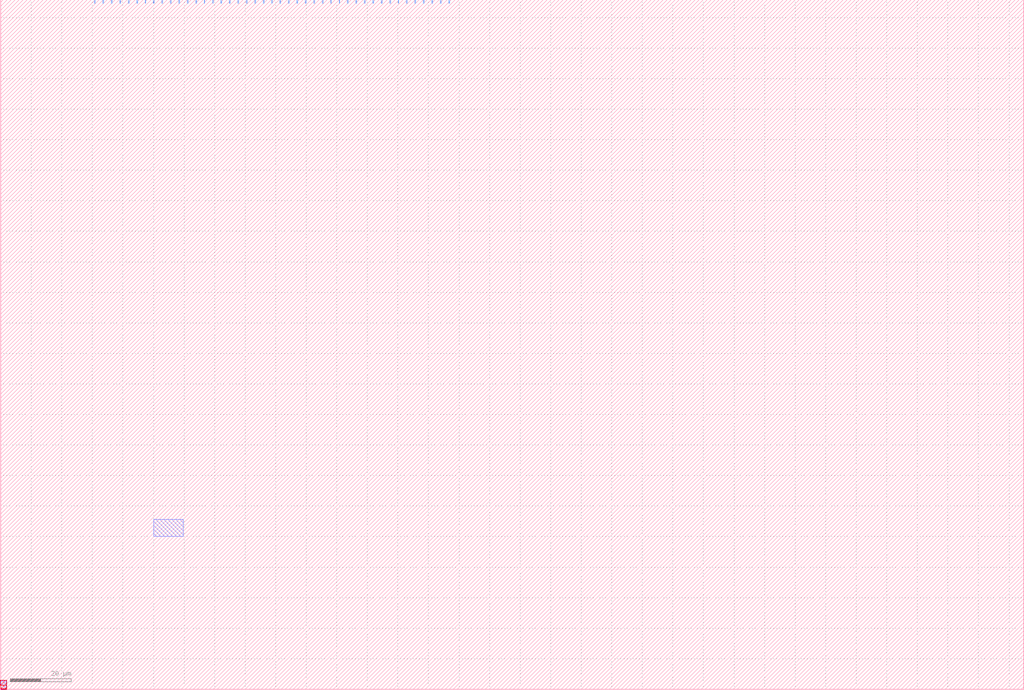
<source format=lef>
VERSION 5.7 ;
  NOWIREEXTENSIONATPIN ON ;
  DIVIDERCHAR "/" ;
  BUSBITCHARS "[]" ;
MACRO tt_um_macro_test_wrapper
  CLASS BLOCK ;
  FOREIGN tt_um_macro_test_wrapper ;
  ORIGIN 0.000 0.000 ;
  SIZE 334.880 BY 225.760 ;
  PIN clk
    DIRECTION INPUT ;
    USE SIGNAL ;
    PORT
      LAYER met4 ;
        RECT 143.830 224.760 144.130 225.760 ;
    END
  END clk
  PIN ena
    DIRECTION INPUT ;
    USE SIGNAL ;
    PORT
      LAYER met4 ;
        RECT 146.590 224.760 146.890 225.760 ;
    END
  END ena
  PIN rst_n
    DIRECTION INPUT ;
    USE SIGNAL ;
    PORT
      LAYER met4 ;
        RECT 141.070 224.760 141.370 225.760 ;
    END
  END rst_n
  PIN ui_in[0]
    DIRECTION INPUT ;
    USE SIGNAL ;
    PORT
      LAYER met4 ;
        RECT 138.310 224.760 138.610 225.760 ;
    END
  END ui_in[0]
  PIN ui_in[1]
    DIRECTION INPUT ;
    USE SIGNAL ;
    PORT
      LAYER met4 ;
        RECT 135.550 224.760 135.850 225.760 ;
    END
  END ui_in[1]
  PIN ui_in[2]
    DIRECTION INPUT ;
    USE SIGNAL ;
    PORT
      LAYER met4 ;
        RECT 132.790 224.760 133.090 225.760 ;
    END
  END ui_in[2]
  PIN ui_in[3]
    DIRECTION INPUT ;
    USE SIGNAL ;
    PORT
      LAYER met4 ;
        RECT 130.030 224.760 130.330 225.760 ;
    END
  END ui_in[3]
  PIN ui_in[4]
    DIRECTION INPUT ;
    USE SIGNAL ;
    PORT
      LAYER met4 ;
        RECT 127.270 224.760 127.570 225.760 ;
    END
  END ui_in[4]
  PIN ui_in[5]
    DIRECTION INPUT ;
    USE SIGNAL ;
    PORT
      LAYER met4 ;
        RECT 124.510 224.760 124.810 225.760 ;
    END
  END ui_in[5]
  PIN ui_in[6]
    DIRECTION INPUT ;
    USE SIGNAL ;
    PORT
      LAYER met4 ;
        RECT 121.750 224.760 122.050 225.760 ;
    END
  END ui_in[6]
  PIN ui_in[7]
    DIRECTION INPUT ;
    USE SIGNAL ;
    PORT
      LAYER met4 ;
        RECT 118.990 224.760 119.290 225.760 ;
    END
  END ui_in[7]
  PIN uio_in[0]
    DIRECTION INPUT ;
    USE SIGNAL ;
    PORT
      LAYER met4 ;
        RECT 116.230 224.760 116.530 225.760 ;
    END
  END uio_in[0]
  PIN uio_in[1]
    DIRECTION INPUT ;
    USE SIGNAL ;
    PORT
      LAYER met4 ;
        RECT 113.470 224.760 113.770 225.760 ;
    END
  END uio_in[1]
  PIN uio_in[2]
    DIRECTION INPUT ;
    USE SIGNAL ;
    PORT
      LAYER met4 ;
        RECT 110.710 224.760 111.010 225.760 ;
    END
  END uio_in[2]
  PIN uio_in[3]
    DIRECTION INPUT ;
    USE SIGNAL ;
    PORT
      LAYER met4 ;
        RECT 107.950 224.760 108.250 225.760 ;
    END
  END uio_in[3]
  PIN uio_in[4]
    DIRECTION INPUT ;
    USE SIGNAL ;
    PORT
      LAYER met4 ;
        RECT 105.190 224.760 105.490 225.760 ;
    END
  END uio_in[4]
  PIN uio_in[5]
    DIRECTION INPUT ;
    USE SIGNAL ;
    PORT
      LAYER met4 ;
        RECT 102.430 224.760 102.730 225.760 ;
    END
  END uio_in[5]
  PIN uio_in[6]
    DIRECTION INPUT ;
    USE SIGNAL ;
    PORT
      LAYER met4 ;
        RECT 99.670 224.760 99.970 225.760 ;
    END
  END uio_in[6]
  PIN uio_in[7]
    DIRECTION INPUT ;
    USE SIGNAL ;
    PORT
      LAYER met4 ;
        RECT 96.910 224.760 97.210 225.760 ;
    END
  END uio_in[7]
  PIN uio_oe[0]
    DIRECTION OUTPUT ;
    USE SIGNAL ;
    PORT
      LAYER met4 ;
        RECT 49.990 224.760 50.290 225.760 ;
    END
  END uio_oe[0]
  PIN uio_oe[1]
    DIRECTION OUTPUT ;
    USE SIGNAL ;
    PORT
      LAYER met4 ;
        RECT 47.230 224.760 47.530 225.760 ;
    END
  END uio_oe[1]
  PIN uio_oe[2]
    DIRECTION OUTPUT ;
    USE SIGNAL ;
    PORT
      LAYER met4 ;
        RECT 44.470 224.760 44.770 225.760 ;
    END
  END uio_oe[2]
  PIN uio_oe[3]
    DIRECTION OUTPUT ;
    USE SIGNAL ;
    PORT
      LAYER met4 ;
        RECT 41.710 224.760 42.010 225.760 ;
    END
  END uio_oe[3]
  PIN uio_oe[4]
    DIRECTION OUTPUT ;
    USE SIGNAL ;
    PORT
      LAYER met4 ;
        RECT 38.950 224.760 39.250 225.760 ;
    END
  END uio_oe[4]
  PIN uio_oe[5]
    DIRECTION OUTPUT ;
    USE SIGNAL ;
    PORT
      LAYER met4 ;
        RECT 36.190 224.760 36.490 225.760 ;
    END
  END uio_oe[5]
  PIN uio_oe[6]
    DIRECTION OUTPUT ;
    USE SIGNAL ;
    PORT
      LAYER met4 ;
        RECT 33.430 224.760 33.730 225.760 ;
    END
  END uio_oe[6]
  PIN uio_oe[7]
    DIRECTION OUTPUT ;
    USE SIGNAL ;
    PORT
      LAYER met4 ;
        RECT 30.670 224.760 30.970 225.760 ;
    END
  END uio_oe[7]
  PIN uio_out[0]
    DIRECTION OUTPUT ;
    USE SIGNAL ;
    PORT
      LAYER met4 ;
        RECT 72.070 224.760 72.370 225.760 ;
    END
  END uio_out[0]
  PIN uio_out[1]
    DIRECTION OUTPUT ;
    USE SIGNAL ;
    PORT
      LAYER met4 ;
        RECT 69.310 224.760 69.610 225.760 ;
    END
  END uio_out[1]
  PIN uio_out[2]
    DIRECTION OUTPUT ;
    USE SIGNAL ;
    PORT
      LAYER met4 ;
        RECT 66.550 224.760 66.850 225.760 ;
    END
  END uio_out[2]
  PIN uio_out[3]
    DIRECTION OUTPUT ;
    USE SIGNAL ;
    PORT
      LAYER met4 ;
        RECT 63.790 224.760 64.090 225.760 ;
    END
  END uio_out[3]
  PIN uio_out[4]
    DIRECTION OUTPUT ;
    USE SIGNAL ;
    PORT
      LAYER met4 ;
        RECT 61.030 224.760 61.330 225.760 ;
    END
  END uio_out[4]
  PIN uio_out[5]
    DIRECTION OUTPUT ;
    USE SIGNAL ;
    PORT
      LAYER met4 ;
        RECT 58.270 224.760 58.570 225.760 ;
    END
  END uio_out[5]
  PIN uio_out[6]
    DIRECTION OUTPUT ;
    USE SIGNAL ;
    PORT
      LAYER met4 ;
        RECT 55.510 224.760 55.810 225.760 ;
    END
  END uio_out[6]
  PIN uio_out[7]
    DIRECTION OUTPUT ;
    USE SIGNAL ;
    PORT
      LAYER met4 ;
        RECT 52.750 224.760 53.050 225.760 ;
    END
  END uio_out[7]
  PIN uo_out[0]
    DIRECTION OUTPUT ;
    USE SIGNAL ;
    PORT
      LAYER met4 ;
        RECT 94.150 224.760 94.450 225.760 ;
    END
  END uo_out[0]
  PIN uo_out[1]
    DIRECTION OUTPUT ;
    USE SIGNAL ;
    PORT
      LAYER met4 ;
        RECT 91.390 224.760 91.690 225.760 ;
    END
  END uo_out[1]
  PIN uo_out[2]
    DIRECTION OUTPUT ;
    USE SIGNAL ;
    PORT
      LAYER met4 ;
        RECT 88.630 224.760 88.930 225.760 ;
    END
  END uo_out[2]
  PIN uo_out[3]
    DIRECTION OUTPUT ;
    USE SIGNAL ;
    PORT
      LAYER met4 ;
        RECT 85.870 224.760 86.170 225.760 ;
    END
  END uo_out[3]
  PIN uo_out[4]
    DIRECTION OUTPUT ;
    USE SIGNAL ;
    PORT
      LAYER met4 ;
        RECT 83.110 224.760 83.410 225.760 ;
    END
  END uo_out[4]
  PIN uo_out[5]
    DIRECTION OUTPUT ;
    USE SIGNAL ;
    PORT
      LAYER met4 ;
        RECT 80.350 224.760 80.650 225.760 ;
    END
  END uo_out[5]
  PIN uo_out[6]
    DIRECTION OUTPUT ;
    USE SIGNAL ;
    PORT
      LAYER met4 ;
        RECT 77.590 224.760 77.890 225.760 ;
    END
  END uo_out[6]
  PIN uo_out[7]
    DIRECTION OUTPUT ;
    USE SIGNAL ;
    PORT
      LAYER met4 ;
        RECT 74.830 224.760 75.130 225.760 ;
    END
  END uo_out[7]
  OBS
      LAYER nwell ;
        RECT -0.190 1.305 2.030 2.910 ;
        RECT 0.000 0.105 2.030 1.305 ;
        RECT 0.000 0.000 0.145 0.105 ;
      LAYER pwell ;
        RECT 0.145 -0.085 0.315 0.105 ;
      LAYER nwell ;
        RECT 0.315 0.000 2.030 0.105 ;
      LAYER li1 ;
        RECT 0.000 -0.085 1.840 2.805 ;
      LAYER met1 ;
        RECT 0.000 -0.240 1.840 2.960 ;
      LAYER met2 ;
        RECT 50.000 50.000 59.800 55.600 ;
  END
END tt_um_macro_test_wrapper
END LIBRARY


</source>
